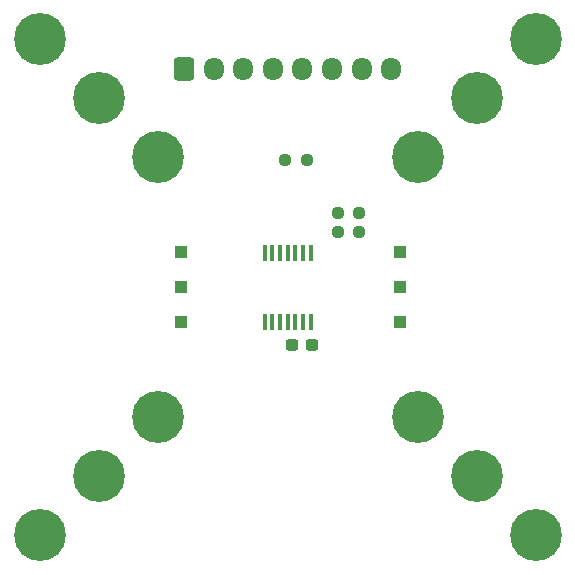
<source format=gbr>
%TF.GenerationSoftware,KiCad,Pcbnew,(6.0.0)*%
%TF.CreationDate,2022-01-20T18:02:09+07:00*%
%TF.ProjectId,CubeSat Encoder,43756265-5361-4742-9045-6e636f646572,rev?*%
%TF.SameCoordinates,Original*%
%TF.FileFunction,Soldermask,Top*%
%TF.FilePolarity,Negative*%
%FSLAX46Y46*%
G04 Gerber Fmt 4.6, Leading zero omitted, Abs format (unit mm)*
G04 Created by KiCad (PCBNEW (6.0.0)) date 2022-01-20 18:02:09*
%MOMM*%
%LPD*%
G01*
G04 APERTURE LIST*
G04 Aperture macros list*
%AMRoundRect*
0 Rectangle with rounded corners*
0 $1 Rounding radius*
0 $2 $3 $4 $5 $6 $7 $8 $9 X,Y pos of 4 corners*
0 Add a 4 corners polygon primitive as box body*
4,1,4,$2,$3,$4,$5,$6,$7,$8,$9,$2,$3,0*
0 Add four circle primitives for the rounded corners*
1,1,$1+$1,$2,$3*
1,1,$1+$1,$4,$5*
1,1,$1+$1,$6,$7*
1,1,$1+$1,$8,$9*
0 Add four rect primitives between the rounded corners*
20,1,$1+$1,$2,$3,$4,$5,0*
20,1,$1+$1,$4,$5,$6,$7,0*
20,1,$1+$1,$6,$7,$8,$9,0*
20,1,$1+$1,$8,$9,$2,$3,0*%
G04 Aperture macros list end*
%ADD10C,4.400000*%
%ADD11C,0.700000*%
%ADD12RoundRect,0.237500X-0.300000X-0.237500X0.300000X-0.237500X0.300000X0.237500X-0.300000X0.237500X0*%
%ADD13RoundRect,0.237500X0.250000X0.237500X-0.250000X0.237500X-0.250000X-0.237500X0.250000X-0.237500X0*%
%ADD14R,1.000000X1.000000*%
%ADD15R,0.450000X1.475000*%
%ADD16RoundRect,0.237500X-0.250000X-0.237500X0.250000X-0.237500X0.250000X0.237500X-0.250000X0.237500X0*%
%ADD17RoundRect,0.250000X-0.600000X-0.725000X0.600000X-0.725000X0.600000X0.725000X-0.600000X0.725000X0*%
%ADD18O,1.700000X1.950000*%
G04 APERTURE END LIST*
D10*
%TO.C,H12*%
X125000000Y-55000000D03*
D11*
X126650000Y-55000000D03*
X126166726Y-56166726D03*
X125000000Y-56650000D03*
X123833274Y-56166726D03*
X123350000Y-55000000D03*
X123833274Y-53833274D03*
X125000000Y-53350000D03*
X126166726Y-53833274D03*
%TD*%
D10*
%TO.C,H11*%
X125000000Y-87000000D03*
D11*
X126650000Y-87000000D03*
X126166726Y-88166726D03*
X125000000Y-88650000D03*
X123833274Y-88166726D03*
X123350000Y-87000000D03*
X123833274Y-85833274D03*
X125000000Y-85350000D03*
X126166726Y-85833274D03*
%TD*%
D10*
%TO.C,H10*%
X157000000Y-87000000D03*
D11*
X158650000Y-87000000D03*
X158166726Y-88166726D03*
X157000000Y-88650000D03*
X155833274Y-88166726D03*
X155350000Y-87000000D03*
X155833274Y-85833274D03*
X157000000Y-85350000D03*
X158166726Y-85833274D03*
%TD*%
D10*
%TO.C,H9*%
X157000000Y-55000000D03*
D11*
X158650000Y-55000000D03*
X158166726Y-56166726D03*
X157000000Y-56650000D03*
X155833274Y-56166726D03*
X155350000Y-55000000D03*
X155833274Y-53833274D03*
X157000000Y-53350000D03*
X158166726Y-53833274D03*
%TD*%
D10*
%TO.C,H8*%
X120000000Y-92000000D03*
D11*
X121650000Y-92000000D03*
X121166726Y-93166726D03*
X120000000Y-93650000D03*
X118833274Y-93166726D03*
X118350000Y-92000000D03*
X118833274Y-90833274D03*
X120000000Y-90350000D03*
X121166726Y-90833274D03*
%TD*%
D10*
%TO.C,H7*%
X162000000Y-92000000D03*
D11*
X163650000Y-92000000D03*
X163166726Y-93166726D03*
X162000000Y-93650000D03*
X160833274Y-93166726D03*
X160350000Y-92000000D03*
X160833274Y-90833274D03*
X162000000Y-90350000D03*
X163166726Y-90833274D03*
%TD*%
D10*
%TO.C,H6*%
X120000000Y-50000000D03*
D11*
X121650000Y-50000000D03*
X121166726Y-51166726D03*
X120000000Y-51650000D03*
X118833274Y-51166726D03*
X118350000Y-50000000D03*
X118833274Y-48833274D03*
X120000000Y-48350000D03*
X121166726Y-48833274D03*
%TD*%
D10*
%TO.C,H5*%
X162000000Y-50000000D03*
D11*
X163650000Y-50000000D03*
X163166726Y-51166726D03*
X162000000Y-51650000D03*
X160833274Y-51166726D03*
X160350000Y-50000000D03*
X160833274Y-48833274D03*
X162000000Y-48350000D03*
X163166726Y-48833274D03*
%TD*%
%TO.C,H2*%
X131650000Y-82000000D03*
D10*
X130000000Y-82000000D03*
D11*
X128350000Y-82000000D03*
X130000000Y-80350000D03*
X131166726Y-83166726D03*
X128833274Y-80833274D03*
X130000000Y-83650000D03*
X131166726Y-80833274D03*
X128833274Y-83166726D03*
%TD*%
D12*
%TO.C,C1*%
X141357500Y-75910000D03*
X143082500Y-75910000D03*
%TD*%
D13*
%TO.C,R1*%
X142592500Y-60250000D03*
X140767500Y-60250000D03*
%TD*%
D11*
%TO.C,H1*%
X128350000Y-60000000D03*
X131166726Y-58833274D03*
X128833274Y-61166726D03*
X131650000Y-60000000D03*
X131166726Y-61166726D03*
X130000000Y-58350000D03*
D10*
X130000000Y-60000000D03*
D11*
X128833274Y-58833274D03*
X130000000Y-61650000D03*
%TD*%
D14*
%TO.C,TP5*%
X150500000Y-70950000D03*
%TD*%
D15*
%TO.C,IC1*%
X142950000Y-68062000D03*
X142300000Y-68062000D03*
X141650000Y-68062000D03*
X141000000Y-68062000D03*
X140350000Y-68062000D03*
X139700000Y-68062000D03*
X139050000Y-68062000D03*
X139050000Y-73938000D03*
X139700000Y-73938000D03*
X140350000Y-73938000D03*
X141000000Y-73938000D03*
X141650000Y-73938000D03*
X142300000Y-73938000D03*
X142950000Y-73938000D03*
%TD*%
D11*
%TO.C,H3*%
X150833274Y-58833274D03*
X150833274Y-61166726D03*
X150350000Y-60000000D03*
X153166726Y-61166726D03*
X153166726Y-58833274D03*
X152000000Y-61650000D03*
X153650000Y-60000000D03*
D10*
X152000000Y-60000000D03*
D11*
X152000000Y-58350000D03*
%TD*%
D14*
%TO.C,TP2*%
X132000000Y-70950000D03*
%TD*%
%TO.C,TP1*%
X132000000Y-68000000D03*
%TD*%
%TO.C,TP6*%
X150500000Y-73900000D03*
%TD*%
%TO.C,TP4*%
X150500000Y-68000000D03*
%TD*%
D16*
%TO.C,R2*%
X145227500Y-66280000D03*
X147052500Y-66280000D03*
%TD*%
D13*
%TO.C,R3*%
X147052500Y-64700000D03*
X145227500Y-64700000D03*
%TD*%
D14*
%TO.C,TP3*%
X132000000Y-73900000D03*
%TD*%
D11*
%TO.C,H4*%
X150833274Y-83166726D03*
X150833274Y-80833274D03*
D10*
X152000000Y-82000000D03*
D11*
X150350000Y-82000000D03*
X152000000Y-83650000D03*
X152000000Y-80350000D03*
X153166726Y-80833274D03*
X153166726Y-83166726D03*
X153650000Y-82000000D03*
%TD*%
D17*
%TO.C,J1*%
X132250000Y-52550000D03*
D18*
X134750000Y-52550000D03*
X137250000Y-52550000D03*
X139750000Y-52550000D03*
X142250000Y-52550000D03*
X144750000Y-52550000D03*
X147250000Y-52550000D03*
X149750000Y-52550000D03*
%TD*%
M02*

</source>
